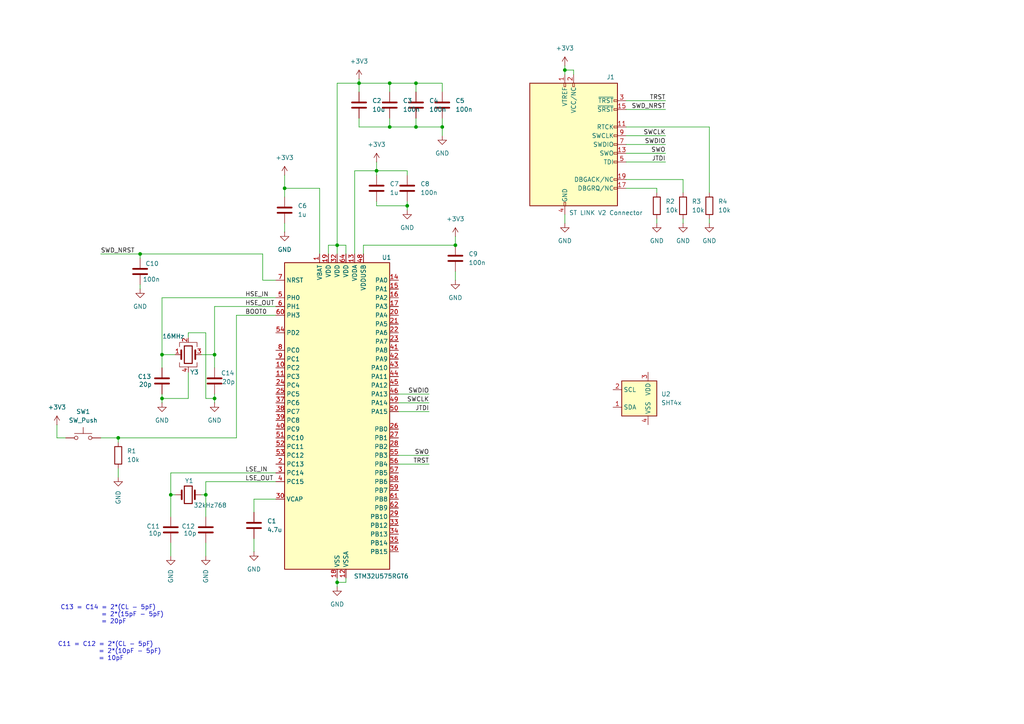
<source format=kicad_sch>
(kicad_sch (version 20250114) (generator "eeschema") (generator_version "9.0")
  (paper "A4")
  (title_block (title "Marine Tracker") (date "2026-02-26") (rev "A") (company "HES-SO"))
  (lib_symbols
    (symbol "Connector:Conn_ARM_JTAG_SWD_20" (pin_names (offset 1.016))
      (property "Reference" "J1" (at 11.938 19.558 0))
      (property "Value" "ST LINK V2 Connector" (at 20.066 -19.812 0))
      (symbol "Conn_ARM_JTAG_SWD_20_0_1"
        (rectangle (start -12.7 17.78) (end 12.7 -17.78) (stroke (width 0.254)) (fill (type background)))
        (rectangle (start -2.794 17.78) (end -2.286 16.764))
        (rectangle (start -2.794 -17.78) (end -2.286 -16.764))
        (rectangle (start -0.254 17.78) (end 0.254 16.764))
        (rectangle (start 11.684 2.286) (end 12.7 2.794))
        (rectangle (start 12.7 12.954) (end 11.684 12.446))
        (rectangle (start 12.7 10.414) (end 11.684 9.906))
        (rectangle (start 12.7 4.826) (end 11.684 5.334))
        (rectangle (start 12.7 -0.254) (end 11.684 0.254))
        (rectangle (start 12.7 -2.794) (end 11.684 -2.286))
        (rectangle (start 12.7 -9.906) (end 11.684 -10.414))
        (rectangle (start 12.7 -12.446) (end 11.684 -12.954))
      )
      (symbol "Conn_ARM_JTAG_SWD_20_1_1"
        (rectangle (start 11.684 -5.334) (end 12.7 -4.826))
        (pin power_in line (at -2.54 20.32 270) (length 2.54) (name "VTREF") (number "1"))
        (pin passive line (at -2.54 -20.32 90) (length 2.54) (hide yes) (name "GND") (number "10"))
        (pin passive line (at -2.54 -20.32 90) (length 2.54) (hide yes) (name "GND") (number "12"))
        (pin passive line (at -2.54 -20.32 90) (length 2.54) (hide yes) (name "GND") (number "14"))
        (pin passive line (at -2.54 -20.32 90) (length 2.54) (hide yes) (name "GND") (number "16"))
        (pin passive line (at -2.54 -20.32 90) (length 2.54) (hide yes) (name "GND") (number "18"))
        (pin passive line (at -2.54 -20.32 90) (length 2.54) (hide yes) (name "GND") (number "20"))
        (pin power_in line (at -2.54 -20.32 90) (length 2.54) (name "GND") (number "4"))
        (pin passive line (at -2.54 -20.32 90) (length 2.54) (hide yes) (name "GND") (number "6"))
        (pin passive line (at -2.54 -20.32 90) (length 2.54) (hide yes) (name "GND") (number "8"))
        (pin power_in line (at 0 20.32 270) (length 2.54) (name "VCC/NC") (number "2"))
        (pin output line (at 15.24 12.7 180) (length 2.54) (name "~{TRST}") (number "3"))
        (pin bidirectional line (at 15.24 10.16 180) (length 2.54) (name "~{SRST}") (number "15"))
        (pin input line (at 15.24 5.08 180) (length 2.54) (name "RTCK") (number "11"))
        (pin output line (at 15.24 2.54 180) (length 2.54) (name "SWCLK") (number "9"))
        (pin output line (at 15.24 0 180) (length 2.54) (name "SWDIO") (number "7"))
        (pin input line (at 15.24 -2.54 180) (length 2.54) (name "SWO") (number "13"))
        (pin output line (at 15.24 -5.08 180) (length 2.54) (name "TDI") (number "5"))
        (pin input line (at 15.24 -10.16 180) (length 2.54) (name "DBGACK/NC") (number "19"))
        (pin output line (at 15.24 -12.7 180) (length 2.54) (name "DBGRQ/NC") (number "17"))
      )
    )
    (symbol "Device:C" (pin_numbers (hide yes)) (pin_names (offset 0.254))
      (property "Reference" "C" (at 0.635 2.54 0))
      (property "Value" "C" (at 0.635 -2.54 0))
      (symbol "C_0_1"
        (polyline (pts (xy -2.032 0.762) (xy 2.032 0.762)) (stroke (width 0.508)))
        (polyline (pts (xy -2.032 -0.762) (xy 2.032 -0.762)) (stroke (width 0.508)))
      )
      (symbol "C_1_1"
        (pin passive line (at 0 3.81 270) (length 2.794) (name "~") (number "1"))
        (pin passive line (at 0 -3.81 90) (length 2.794) (name "~") (number "2"))
      )
    )
    (symbol "Device:Crystal" (pin_numbers (hide yes)) (pin_names (offset 1.016) (hide yes))
      (property "Reference" "Y" (at 0 3.81 0))
      (property "Value" "Crystal" (at 0 -3.81 0))
      (symbol "Crystal_0_1"
        (polyline (pts (xy -2.54 0) (xy -1.905 0)))
        (polyline (pts (xy -1.905 -1.27) (xy -1.905 1.27)) (stroke (width 0.508)))
        (rectangle (start -1.143 2.54) (end 1.143 -2.54) (stroke (width 0.3048)))
        (polyline (pts (xy 1.905 -1.27) (xy 1.905 1.27)) (stroke (width 0.508)))
        (polyline (pts (xy 2.54 0) (xy 1.905 0)))
      )
      (symbol "Crystal_1_1"
        (pin passive line (at -3.81 0 0) (length 1.27) (name "1") (number "1"))
        (pin passive line (at 3.81 0 180) (length 1.27) (name "2") (number "2"))
      )
    )
    (symbol "Device:Crystal_GND24" (pin_names (offset 1.016) (hide yes))
      (property "Reference" "Y3" (at 1.778 -5.08 0))
      (property "Value" "16MHz" (at 0 5.08 0))
      (symbol "Crystal_GND24_0_1"
        (polyline (pts (xy -2.54 2.286) (xy -2.54 3.556) (xy 2.54 3.556) (xy 2.54 2.286)))
        (polyline (pts (xy -2.54 0) (xy -2.032 0)))
        (polyline (pts (xy -2.54 -2.286) (xy -2.54 -3.556) (xy 2.54 -3.556) (xy 2.54 -2.286)))
        (polyline (pts (xy -2.032 -1.27) (xy -2.032 1.27)) (stroke (width 0.508)))
        (rectangle (start -1.143 2.54) (end 1.143 -2.54) (stroke (width 0.3048)))
        (polyline (pts (xy 0 -3.81) (xy 0 -3.556)))
        (polyline (pts (xy 2.032 0) (xy 2.54 0)))
        (polyline (pts (xy 2.032 -1.27) (xy 2.032 1.27)) (stroke (width 0.508)))
      )
      (symbol "Crystal_GND24_1_1"
        (pin passive line (at -3.81 0 0) (length 1.27) (name "1") (number "1"))
        (pin passive line (at 0 4.9022 270) (length 1.27) (name "G") (number "2"))
        (pin passive line (at 0 -5.08 90) (length 1.27) (name "G") (number "4"))
        (pin passive line (at 3.81 0 180) (length 1.27) (name "3") (number "3"))
      )
    )
    (symbol "Device:R" (pin_numbers (hide yes)) (pin_names (offset 0))
      (property "Reference" "R" (at 2.032 0 90))
      (property "Value" "R" (at 0 0 90))
      (symbol "R_0_1"
        (rectangle (start -1.016 -2.54) (end 1.016 2.54) (stroke (width 0.254)))
      )
      (symbol "R_1_1"
        (pin passive line (at 0 3.81 270) (length 1.27) (name "~") (number "1"))
        (pin passive line (at 0 -3.81 90) (length 1.27) (name "~") (number "2"))
      )
    )
    (symbol "MCU_ST_STM32U5:STM32U575RGTx"
      (property "Reference" "U" (at -15.24 46.99 0))
      (property "Value" "STM32U575RGTx" (at 10.16 46.99 0))
      (symbol "STM32U575RGTx_0_1"
        (rectangle (start -15.24 -43.18) (end 15.24 45.72) (stroke (width 0.254)) (fill (type background)))
      )
      (symbol "STM32U575RGTx_1_1"
        (pin input line (at -17.78 40.64 0) (length 2.54) (name "NRST") (number "7"))
        (pin bidirectional line (at -17.78 35.56 0) (length 2.54) (name "PH0") (number "5"))
        (pin bidirectional line (at -17.78 33.02 0) (length 2.54) (name "PH1") (number "6"))
        (pin bidirectional line (at -17.78 30.48 0) (length 2.54) (name "PH3") (number "60"))
        (pin bidirectional line (at -17.78 25.4 0) (length 2.54) (name "PD2") (number "54"))
        (pin bidirectional line (at -17.78 20.32 0) (length 2.54) (name "PC0") (number "8"))
        (pin bidirectional line (at -17.78 17.78 0) (length 2.54) (name "PC1") (number "9"))
        (pin bidirectional line (at -17.78 15.24 0) (length 2.54) (name "PC2") (number "10"))
        (pin bidirectional line (at -17.78 12.7 0) (length 2.54) (name "PC3") (number "11"))
        (pin bidirectional line (at -17.78 10.16 0) (length 2.54) (name "PC4") (number "24"))
        (pin bidirectional line (at -17.78 7.62 0) (length 2.54) (name "PC5") (number "25"))
        (pin bidirectional line (at -17.78 5.08 0) (length 2.54) (name "PC6") (number "37"))
        (pin bidirectional line (at -17.78 2.54 0) (length 2.54) (name "PC7") (number "38"))
        (pin bidirectional line (at -17.78 0 0) (length 2.54) (name "PC8") (number "39"))
        (pin bidirectional line (at -17.78 -2.54 0) (length 2.54) (name "PC9") (number "40"))
        (pin bidirectional line (at -17.78 -5.08 0) (length 2.54) (name "PC10") (number "51"))
        (pin bidirectional line (at -17.78 -7.62 0) (length 2.54) (name "PC11") (number "52"))
        (pin bidirectional line (at -17.78 -10.16 0) (length 2.54) (name "PC12") (number "53"))
        (pin bidirectional line (at -17.78 -12.7 0) (length 2.54) (name "PC13") (number "2"))
        (pin bidirectional line (at -17.78 -15.24 0) (length 2.54) (name "PC14") (number "3"))
        (pin bidirectional line (at -17.78 -17.78 0) (length 2.54) (name "PC15") (number "4"))
        (pin power_out line (at -17.78 -22.86 0) (length 2.54) (name "VCAP") (number "30"))
        (pin power_in line (at -5.08 48.26 270) (length 2.54) (name "VBAT") (number "1"))
        (pin power_in line (at -2.54 48.26 270) (length 2.54) (name "VDD") (number "19"))
        (pin power_in line (at 0 48.26 270) (length 2.54) (name "VDD") (number "32"))
        (pin power_in line (at 0 -45.72 90) (length 2.54) (name "VSS") (number "18"))
        (pin passive line (at 0 -45.72 90) (length 2.54) (hide yes) (name "VSS") (number "31"))
        (pin passive line (at 0 -45.72 90) (length 2.54) (hide yes) (name "VSS") (number "47"))
        (pin passive line (at 0 -45.72 90) (length 2.54) (hide yes) (name "VSS") (number "63"))
        (pin power_in line (at 2.54 48.26 270) (length 2.54) (name "VDD") (number "64"))
        (pin power_in line (at 2.54 -45.72 90) (length 2.54) (name "VSSA") (number "12"))
        (pin power_in line (at 5.08 48.26 270) (length 2.54) (name "VDDA") (number "13"))
        (pin power_in line (at 7.62 48.26 270) (length 2.54) (name "VDDUSB") (number "48"))
        (pin bidirectional line (at 17.78 40.64 180) (length 2.54) (name "PA0") (number "14"))
        (pin bidirectional line (at 17.78 38.1 180) (length 2.54) (name "PA1") (number "15"))
        (pin bidirectional line (at 17.78 35.56 180) (length 2.54) (name "PA2") (number "16"))
        (pin bidirectional line (at 17.78 33.02 180) (length 2.54) (name "PA3") (number "17"))
        (pin bidirectional line (at 17.78 30.48 180) (length 2.54) (name "PA4") (number "20"))
        (pin bidirectional line (at 17.78 27.94 180) (length 2.54) (name "PA5") (number "21"))
        (pin bidirectional line (at 17.78 25.4 180) (length 2.54) (name "PA6") (number "22"))
        (pin bidirectional line (at 17.78 22.86 180) (length 2.54) (name "PA7") (number "23"))
        (pin bidirectional line (at 17.78 20.32 180) (length 2.54) (name "PA8") (number "41"))
        (pin bidirectional line (at 17.78 17.78 180) (length 2.54) (name "PA9") (number "42"))
        (pin bidirectional line (at 17.78 15.24 180) (length 2.54) (name "PA10") (number "43"))
        (pin bidirectional line (at 17.78 12.7 180) (length 2.54) (name "PA11") (number "44"))
        (pin bidirectional line (at 17.78 10.16 180) (length 2.54) (name "PA12") (number "45"))
        (pin bidirectional line (at 17.78 7.62 180) (length 2.54) (name "PA13") (number "46"))
        (pin bidirectional line (at 17.78 5.08 180) (length 2.54) (name "PA14") (number "49"))
        (pin bidirectional line (at 17.78 2.54 180) (length 2.54) (name "PA15") (number "50"))
        (pin bidirectional line (at 17.78 -2.54 180) (length 2.54) (name "PB0") (number "26"))
        (pin bidirectional line (at 17.78 -5.08 180) (length 2.54) (name "PB1") (number "27"))
        (pin bidirectional line (at 17.78 -7.62 180) (length 2.54) (name "PB2") (number "28"))
        (pin bidirectional line (at 17.78 -10.16 180) (length 2.54) (name "PB3") (number "55"))
        (pin bidirectional line (at 17.78 -12.7 180) (length 2.54) (name "PB4") (number "56"))
        (pin bidirectional line (at 17.78 -15.24 180) (length 2.54) (name "PB5") (number "57"))
        (pin bidirectional line (at 17.78 -17.78 180) (length 2.54) (name "PB6") (number "58"))
        (pin bidirectional line (at 17.78 -20.32 180) (length 2.54) (name "PB7") (number "59"))
        (pin bidirectional line (at 17.78 -22.86 180) (length 2.54) (name "PB8") (number "61"))
        (pin bidirectional line (at 17.78 -25.4 180) (length 2.54) (name "PB9") (number "62"))
        (pin bidirectional line (at 17.78 -27.94 180) (length 2.54) (name "PB10") (number "29"))
        (pin bidirectional line (at 17.78 -30.48 180) (length 2.54) (name "PB12") (number "33"))
        (pin bidirectional line (at 17.78 -33.02 180) (length 2.54) (name "PB13") (number "34"))
        (pin bidirectional line (at 17.78 -35.56 180) (length 2.54) (name "PB14") (number "35"))
        (pin bidirectional line (at 17.78 -38.1 180) (length 2.54) (name "PB15") (number "36"))
      )
    )
    (symbol "Sensor_Humidity:SHT4x"
      (property "Reference" "U" (at 0 8.89 0))
      (property "Value" "SHT4x" (at 0 6.35 0))
      (symbol "SHT4x_1_1"
        (rectangle (start -5.08 5.08) (end 5.08 -5.08) (stroke (width 0.254)) (fill (type background)))
        (pin input line (at -7.62 2.54 0) (length 2.54) (name "SCL") (number "2"))
        (pin bidirectional line (at -7.62 -2.54 0) (length 2.54) (name "SDA") (number "1"))
        (pin power_in line (at 2.54 7.62 270) (length 2.54) (name "VDD") (number "3"))
        (pin power_in line (at 2.54 -7.62 90) (length 2.54) (name "VSS") (number "4"))
      )
    )
    (symbol "Switch:SW_Push" (pin_numbers (hide yes)) (pin_names (offset 1.016) (hide yes))
      (property "Reference" "SW" (at 1.27 2.54 0))
      (property "Value" "SW_Push" (at 0 -1.524 0))
      (symbol "SW_Push_0_1"
        (circle (center -2.032 0) (radius 0.508))
        (polyline (pts (xy 0 1.27) (xy 0 3.048)))
        (circle (center 2.032 0) (radius 0.508))
        (polyline (pts (xy 2.54 1.27) (xy -2.54 1.27)))
        (pin passive line (at -5.08 0 0) (length 2.54) (name "1") (number "1"))
        (pin passive line (at 5.08 0 180) (length 2.54) (name "2") (number "2"))
      )
    )
    (symbol "power:+3V3" (power) (pin_numbers (hide yes)) (pin_names (offset 0) (hide yes))
      (property "Value" "+3V3" (at 0 3.556 0))
      (symbol "+3V3_0_1"
        (polyline (pts (xy -0.762 1.27) (xy 0 2.54)))
        (polyline (pts (xy 0 2.54) (xy 0.762 1.27)))
        (polyline (pts (xy 0 0) (xy 0 2.54)))
      )
      (symbol "+3V3_1_1"
        (pin power_in line (at 0 0 90) (length 0) (name "~") (number "1"))
      )
    )
    (symbol "power:GND" (power) (pin_numbers (hide yes)) (pin_names (offset 0) (hide yes))
      (property "Value" "GND" (at 0 -3.81 0))
      (symbol "GND_0_1"
        (polyline (pts (xy 0 0) (xy 0 -1.27) (xy 1.27 -1.27) (xy 0 -2.54) (xy -1.27 -1.27) (xy 0 -1.27)))
      )
      (symbol "GND_1_1"
        (pin power_in line (at 0 0 270) (length 0) (name "~") (number "1"))
      )
    )
  )
  (text "C13 = C14 = 2*(CL - 5pF)\n		  = 2*(15pF - 5pF)\n		  = 20pF" (at 17.526 178.308 0) (effects (font (size 1.27 1.27)) (justify left)))
  (text "C11 = C12 = 2*(CL - 5pF)\n		  = 2*(10pF - 5pF)\n		  = 10pF" (at 16.764 188.976 0) (effects (font (size 1.27 1.27)) (justify left)))
  (junction (at 34.29 127))
  (junction (at 97.79 168.91))
  (junction (at 163.83 20.32))
  (junction (at 62.23 102.87))
  (junction (at 120.65 36.83))
  (junction (at 97.79 71.12))
  (junction (at 104.14 24.13))
  (junction (at 132.08 71.12))
  (junction (at 46.99 102.87))
  (junction (at 82.55 54.61))
  (junction (at 49.53 143.51))
  (junction (at 120.65 24.13))
  (junction (at 40.64 73.66))
  (junction (at 59.69 143.51))
  (junction (at 62.23 115.57))
  (junction (at 46.99 115.57))
  (junction (at 109.22 49.53))
  (junction (at 113.03 24.13))
  (junction (at 113.03 36.83))
  (junction (at 118.11 59.69))
  (junction (at 128.27 36.83))
  (wire (pts (xy 132.08 71.12) (xy 105.41 71.12)))
  (wire (pts (xy 29.21 127) (xy 34.29 127)))
  (wire (pts (xy 95.25 73.66) (xy 95.25 71.12)))
  (wire (pts (xy 49.53 143.51) (xy 49.53 149.86)))
  (wire (pts (xy 58.42 102.87) (xy 62.23 102.87)))
  (wire (pts (xy 92.71 54.61) (xy 92.71 73.66)))
  (wire (pts (xy 59.69 143.51) (xy 59.69 139.7)))
  (wire (pts (xy 115.57 114.3) (xy 124.46 114.3)))
  (wire (pts (xy 82.55 57.15) (xy 82.55 54.61)))
  (wire (pts (xy 59.69 96.52) (xy 59.69 115.57)))
  (wire (pts (xy 166.37 20.32) (xy 163.83 20.32)))
  (wire (pts (xy 109.22 46.99) (xy 109.22 49.53)))
  (wire (pts (xy 113.03 24.13) (xy 120.65 24.13)))
  (wire (pts (xy 46.99 102.87) (xy 46.99 106.68)))
  (wire (pts (xy 49.53 137.16) (xy 80.01 137.16)))
  (wire (pts (xy 104.14 24.13) (xy 104.14 26.67)))
  (wire (pts (xy 16.51 123.19) (xy 16.51 127)))
  (wire (pts (xy 120.65 24.13) (xy 128.27 24.13)))
  (wire (pts (xy 97.79 168.91) (xy 100.33 168.91)))
  (wire (pts (xy 16.51 127) (xy 19.05 127)))
  (wire (pts (xy 181.61 44.45) (xy 193.04 44.45)))
  (wire (pts (xy 113.03 24.13) (xy 113.03 26.67)))
  (wire (pts (xy 76.2 81.28) (xy 80.01 81.28)))
  (wire (pts (xy 49.53 161.29) (xy 49.53 157.48)))
  (wire (pts (xy 128.27 34.29) (xy 128.27 36.83)))
  (wire (pts (xy 54.61 96.52) (xy 59.69 96.52)))
  (wire (pts (xy 62.23 114.3) (xy 62.23 115.57)))
  (wire (pts (xy 46.99 114.3) (xy 46.99 115.57)))
  (wire (pts (xy 128.27 24.13) (xy 128.27 26.67)))
  (wire (pts (xy 104.14 34.29) (xy 104.14 36.83)))
  (wire (pts (xy 115.57 119.38) (xy 124.46 119.38)))
  (wire (pts (xy 105.41 71.12) (xy 105.41 73.66)))
  (wire (pts (xy 34.29 127) (xy 68.58 127)))
  (wire (pts (xy 100.33 168.91) (xy 100.33 167.64)))
  (wire (pts (xy 46.99 115.57) (xy 54.61 115.57)))
  (wire (pts (xy 181.61 39.37) (xy 193.04 39.37)))
  (wire (pts (xy 181.61 52.07) (xy 198.12 52.07)))
  (wire (pts (xy 113.03 34.29) (xy 113.03 36.83)))
  (wire (pts (xy 109.22 49.53) (xy 102.87 49.53)))
  (wire (pts (xy 73.66 144.78) (xy 80.01 144.78)))
  (wire (pts (xy 82.55 54.61) (xy 92.71 54.61)))
  (wire (pts (xy 190.5 63.5) (xy 190.5 64.77)))
  (wire (pts (xy 97.79 24.13) (xy 97.79 71.12)))
  (wire (pts (xy 97.79 168.91) (xy 97.79 170.18)))
  (wire (pts (xy 46.99 102.87) (xy 46.99 86.36)))
  (wire (pts (xy 104.14 24.13) (xy 113.03 24.13)))
  (wire (pts (xy 73.66 148.59) (xy 73.66 144.78)))
  (wire (pts (xy 181.61 41.91) (xy 193.04 41.91)))
  (wire (pts (xy 166.37 21.59) (xy 166.37 20.32)))
  (wire (pts (xy 104.14 36.83) (xy 113.03 36.83)))
  (wire (pts (xy 59.69 143.51) (xy 59.69 149.86)))
  (wire (pts (xy 54.61 107.95) (xy 54.61 115.57)))
  (wire (pts (xy 198.12 52.07) (xy 198.12 55.88)))
  (wire (pts (xy 49.53 143.51) (xy 49.53 137.16)))
  (wire (pts (xy 163.83 20.32) (xy 163.83 21.59)))
  (wire (pts (xy 50.8 102.87) (xy 46.99 102.87)))
  (wire (pts (xy 97.79 167.64) (xy 97.79 168.91)))
  (wire (pts (xy 205.74 36.83) (xy 205.74 55.88)))
  (wire (pts (xy 62.23 88.9) (xy 62.23 102.87)))
  (wire (pts (xy 181.61 54.61) (xy 190.5 54.61)))
  (wire (pts (xy 68.58 91.44) (xy 80.01 91.44)))
  (wire (pts (xy 163.83 19.05) (xy 163.83 20.32)))
  (wire (pts (xy 97.79 24.13) (xy 104.14 24.13)))
  (wire (pts (xy 46.99 86.36) (xy 80.01 86.36)))
  (wire (pts (xy 205.74 63.5) (xy 205.74 64.77)))
  (wire (pts (xy 120.65 34.29) (xy 120.65 36.83)))
  (wire (pts (xy 58.42 143.51) (xy 59.69 143.51)))
  (wire (pts (xy 163.83 62.23) (xy 163.83 64.77)))
  (wire (pts (xy 118.11 59.69) (xy 118.11 60.96)))
  (wire (pts (xy 128.27 36.83) (xy 128.27 39.37)))
  (wire (pts (xy 190.5 54.61) (xy 190.5 55.88)))
  (wire (pts (xy 46.99 115.57) (xy 46.99 116.84)))
  (wire (pts (xy 104.14 22.86) (xy 104.14 24.13)))
  (wire (pts (xy 120.65 36.83) (xy 128.27 36.83)))
  (wire (pts (xy 118.11 50.8) (xy 118.11 49.53)))
  (wire (pts (xy 54.61 97.79) (xy 54.61 96.52)))
  (wire (pts (xy 118.11 59.69) (xy 118.11 58.42)))
  (wire (pts (xy 62.23 106.68) (xy 62.23 102.87)))
  (wire (pts (xy 82.55 50.8) (xy 82.55 54.61)))
  (wire (pts (xy 181.61 46.99) (xy 193.04 46.99)))
  (wire (pts (xy 40.64 73.66) (xy 76.2 73.66)))
  (wire (pts (xy 34.29 135.89) (xy 34.29 138.43)))
  (wire (pts (xy 109.22 49.53) (xy 118.11 49.53)))
  (wire (pts (xy 73.66 156.21) (xy 73.66 160.02)))
  (wire (pts (xy 120.65 24.13) (xy 120.65 26.67)))
  (wire (pts (xy 115.57 134.62) (xy 124.46 134.62)))
  (wire (pts (xy 68.58 91.44) (xy 68.58 127)))
  (wire (pts (xy 132.08 78.74) (xy 132.08 81.28)))
  (wire (pts (xy 34.29 127) (xy 34.29 128.27)))
  (wire (pts (xy 181.61 36.83) (xy 205.74 36.83)))
  (wire (pts (xy 115.57 132.08) (xy 124.46 132.08)))
  (wire (pts (xy 50.8 143.51) (xy 49.53 143.51)))
  (wire (pts (xy 109.22 58.42) (xy 109.22 59.69)))
  (wire (pts (xy 181.61 31.75) (xy 193.04 31.75)))
  (wire (pts (xy 198.12 63.5) (xy 198.12 64.77)))
  (wire (pts (xy 181.61 29.21) (xy 193.04 29.21)))
  (wire (pts (xy 95.25 71.12) (xy 97.79 71.12)))
  (wire (pts (xy 115.57 116.84) (xy 124.46 116.84)))
  (wire (pts (xy 100.33 71.12) (xy 100.33 73.66)))
  (wire (pts (xy 76.2 73.66) (xy 76.2 81.28)))
  (wire (pts (xy 40.64 83.82) (xy 40.64 82.55)))
  (wire (pts (xy 59.69 161.29) (xy 59.69 157.48)))
  (wire (pts (xy 59.69 139.7) (xy 80.01 139.7)))
  (wire (pts (xy 62.23 115.57) (xy 62.23 116.84)))
  (wire (pts (xy 97.79 71.12) (xy 100.33 71.12)))
  (wire (pts (xy 82.55 64.77) (xy 82.55 67.31)))
  (wire (pts (xy 109.22 49.53) (xy 109.22 50.8)))
  (wire (pts (xy 132.08 68.58) (xy 132.08 71.12)))
  (wire (pts (xy 109.22 59.69) (xy 118.11 59.69)))
  (wire (pts (xy 113.03 36.83) (xy 120.65 36.83)))
  (wire (pts (xy 62.23 88.9) (xy 80.01 88.9)))
  (wire (pts (xy 97.79 73.66) (xy 97.79 71.12)))
  (wire (pts (xy 40.64 74.93) (xy 40.64 73.66)))
  (wire (pts (xy 29.21 73.66) (xy 40.64 73.66)))
  (wire (pts (xy 59.69 115.57) (xy 62.23 115.57)))
  (wire (pts (xy 102.87 49.53) (xy 102.87 73.66)))
  (label "SWO" (at 124.46 132.08 180))
  (label "SWDIO" (at 193.04 41.91 180))
  (label "BOOT0" (at 71.12 91.44 0))
  (label "SWO" (at 193.04 44.45 180))
  (label "HSE_IN" (at 71.12 86.36 0))
  (label "SWD_NRST" (at 193.04 31.75 180))
  (label "LSE_IN" (at 71.12 137.16 0))
  (label "TRST" (at 124.46 134.62 180))
  (label "SWCLK" (at 124.46 116.84 180))
  (label "TRST" (at 193.04 29.21 180))
  (label "JTDI" (at 193.04 46.99 180))
  (label "HSE_OUT" (at 71.12 88.9 0))
  (label "SWD_NRST" (at 29.21 73.66 0))
  (label "SWDIO" (at 124.46 114.3 180))
  (label "" (at 121.92 120.65 180))
  (label "SWCLK" (at 193.04 39.37 180))
  (label "LSE_OUT" (at 71.12 139.7 0))
  (label "JTDI" (at 124.46 119.38 180))
  (symbol (lib_id "power:GND") (at 59.69 161.29 0) (unit 1)
    (property "Reference" "#PWR013" (effects (hide yes)))
    (property "Value" "GND" (at 59.6899 165.1 90) (effects (justify right)))
    (property "Description" "Power symbol creates a global label with name \"GND\" , ground" (effects (hide yes)))
  )
  (symbol (lib_id "power:GND") (at 49.53 161.29 0) (unit 1)
    (property "Reference" "#PWR012" (effects (hide yes)))
    (property "Value" "GND" (at 49.5299 165.1 90) (effects (justify right)))
    (property "Description" "Power symbol creates a global label with name \"GND\" , ground" (effects (hide yes)))
  )
  (symbol (lib_id "power:+3V3") (at 16.51 123.19 0) (unit 1)
    (property "Reference" "#PWR017" (effects (hide yes)))
    (property "Value" "+3V3" (at 16.51 118.11 0))
    (property "Description" "Power symbol creates a global label with name \"+3V3\"" (effects (hide yes)))
  )
  (symbol (lib_id "Device:C") (at 118.11 54.61 0) (unit 1)
    (property "Reference" "C8" (at 121.92 53.3399 0) (effects (justify left)))
    (property "Value" "100n" (at 121.92 55.8799 0) (effects (justify left)))
    (property "Footprint" "Capacitor_SMD:C_01005_0402Metric" (effects (hide yes)))
    (property "Description" "100nF 25V X5R ±10% 0402 Multilayer Ceramic Capacitors MLCC - SMD/SMT ROHS" (effects (hide yes)))
    (property "Manufacturer" "Murata Electronics" (effects (hide yes)))
    (property "Manufacturer Part Number" " GRM155R61E104KA87D" (effects (hide yes)))
    (property "JLCPCB Part Number" " C77008" (effects (hide yes)))
  )
  (symbol (lib_id "power:GND") (at 34.29 138.43 0) (unit 1)
    (property "Reference" "#PWR016" (effects (hide yes)))
    (property "Value" "GND" (at 34.2899 142.24 90) (effects (justify right)))
    (property "Description" "Power symbol creates a global label with name \"GND\" , ground" (effects (hide yes)))
  )
  (symbol (lib_id "Device:C") (at 59.69 153.67 180) (unit 1)
    (property "Reference" "C12" (at 54.61 152.654 0))
    (property "Value" "10p" (at 55.118 154.686 0))
    (property "Footprint" "Capacitor_SMD:C_0402_1005Metric" (effects (hide yes)))
    (property "Description" "10pF 50V C0G ±2% 0402 Multilayer Ceramic Capacitors MLCC - SMD/SMT ROHS" (effects (hide yes)))
    (property "Manufacturer" "Murata Electronics" (effects (hide yes)))
    (property "Manufacturer Part Number" "GRM1555C1H100GA01D" (effects (hide yes)))
    (property "JLCPCB Part Number" "C76945" (effects (hide yes)))
  )
  (symbol (lib_id "Sensor_Humidity:SHT4x") (at 185.42 115.57 0) (unit 1)
    (property "Reference" "U2" (at 191.77 114.2999 0) (effects (justify left)))
    (property "Value" "SHT4x" (at 191.77 116.8399 0) (effects (justify left)))
    (property "Footprint" "Sensor_Humidity:Sensirion_DFN-4_1.5x1.5mm_P0.8mm_SHT4x_NoCentralPad" (effects (hide yes)))
    (property "Datasheet" "https://sensirion.com/media/documents/33FD6951/624C4357/Datasheet_SHT4x.pdf" (effects (hide yes)))
    (property "Description" "-40℃~+125℃ 0%RH~100%RH 1.08V~3.6V 16bit 400nA I2C ±0.2℃ ±1.8%RH DFN-4-EP(1.5x1.5) Temperature and Humidity Sensor ROHS" (effects (hide yes)))
    (property "Manufacturer" "Sensirion" (effects (hide yes)))
    (property "Manufacturer Part Number" "SHT40-AD1B-R3" (effects (hide yes)))
    (property "JLCPCB Part Number" " C2848306" (effects (hide yes)))
  )
  (symbol (lib_id "Device:C") (at 120.65 30.48 0) (unit 1)
    (property "Reference" "C4" (at 124.46 29.2099 0) (effects (justify left)))
    (property "Value" "100n" (at 124.46 31.7499 0) (effects (justify left)))
    (property "Footprint" "Capacitor_SMD:C_01005_0402Metric" (effects (hide yes)))
    (property "Description" "100nF 25V X5R ±10% 0402 Multilayer Ceramic Capacitors MLCC - SMD/SMT ROHS" (effects (hide yes)))
    (property "Manufacturer" "Murata Electronics" (effects (hide yes)))
    (property "Manufacturer Part Number" " GRM155R61E104KA87D" (effects (hide yes)))
    (property "JLCPCB Part Number" " C77008" (effects (hide yes)))
  )
  (symbol (lib_id "Switch:SW_Push") (at 24.13 127 0) (unit 1)
    (property "Reference" "SW1" (at 24.13 119.38 0))
    (property "Value" "SW_Push" (at 24.13 121.92 0))
    (property "Footprint" "Button_Switch_SMD:SW_Tactile_SPST_NO_Straight_CK_PTS636Sx25SMTRLFS" (effects (hide yes)))
    (property "Description" "-20℃~+70℃ 100,000 Cycles 12V 2.5N 2.5mm 3.6mm 50mA 6mm Gull Wing No Rectangular Button Red SPST Surface Mount,Vertical Without Bracket SMD,6x3.5mm Tactile Switches ROHS" (effects (hide yes)))
    (property "Manufacturer" " USAKRO" (effects (hide yes)))
    (property "Manufacturer Part Number" "UK-B0240-R-250 " (effects (hide yes)))
    (property "JLCPCB Part Number" "C556660" (effects (hide yes)))
  )
  (symbol (lib_id "Device:Crystal") (at 54.61 143.51 0) (unit 1)
    (property "Reference" "Y1" (at 54.864 139.446 0))
    (property "Value" "32kHz768" (at 60.96 146.558 0))
    (property "Footprint" "Crystal:Crystal_SMD_3215-2Pin_3.2x1.5mm" (effects (hide yes)))
    (property "Datasheet" "https://jlcpcb.com/api/file/downloadByFileSystemAccessId/8590904099271487488" (effects (hide yes)))
    (property "Description" "-40℃~+85℃ 12.5pF 32.768kHz 50kΩ ±20ppm SMD3215-2P Crystals ROHS" (effects (hide yes)))
    (property "Manufacturer" "Seiko Epson" (effects (hide yes)))
    (property "Manufacturer Part Number" " FC-135R 32.7680KA-A3" (effects (hide yes)))
    (property "JLCPCB Part Number" "C6554955" (effects (hide yes)))
  )
  (symbol (lib_id "Device:C") (at 40.64 78.74 0) (unit 1)
    (property "Reference" "C10" (at 42.164 76.454 0) (effects (justify left)))
    (property "Value" "100n" (at 41.402 81.026 0) (effects (justify left)))
    (property "Footprint" "Capacitor_SMD:C_01005_0402Metric" (effects (hide yes)))
    (property "Description" "100nF 25V X5R ±10% 0402 Multilayer Ceramic Capacitors MLCC - SMD/SMT ROHS" (effects (hide yes)))
    (property "Manufacturer" "Murata Electronics" (effects (hide yes)))
    (property "Manufacturer Part Number" " GRM155R61E104KA87D" (effects (hide yes)))
    (property "JLCPCB Part Number" " C77008" (effects (hide yes)))
  )
  (symbol (lib_id "power:+3V3") (at 104.14 22.86 0) (unit 1)
    (property "Reference" "#PWR02" (effects (hide yes)))
    (property "Value" "+3V3" (at 104.14 17.78 0))
    (property "Description" "Power symbol creates a global label with name \"+3V3\"" (effects (hide yes)))
  )
  (symbol (lib_id "power:GND") (at 128.27 39.37 0) (unit 1)
    (property "Reference" "#PWR04" (effects (hide yes)))
    (property "Value" "GND" (at 128.27 44.45 0))
    (property "Description" "Power symbol creates a global label with name \"GND\" , ground" (effects (hide yes)))
  )
  (symbol (lib_id "Device:C") (at 104.14 30.48 0) (unit 1)
    (property "Reference" "C2" (at 107.95 29.2099 0) (effects (justify left)))
    (property "Value" "10u" (at 107.95 31.7499 0) (effects (justify left)))
    (property "Footprint" "Capacitor_SMD:C_0805_2012Metric" (effects (hide yes)))
    (property "Description" "10V 10uF X5R ±10% 0805 Multilayer Ceramic Capacitors MLCC - SMD/SMT ROHS" (effects (hide yes)))
    (property "Manufacturer" "Murata Electronics" (effects (hide yes)))
    (property "Manufacturer Part Number" "GRM21BR61A106KE19L" (effects (hide yes)))
    (property "JLCPCB Part Number" "C77073" (effects (hide yes)))
  )
  (symbol (lib_id "Device:C") (at 113.03 30.48 0) (unit 1)
    (property "Reference" "C3" (at 116.84 29.2099 0) (effects (justify left)))
    (property "Value" "100n" (at 116.84 31.7499 0) (effects (justify left)))
    (property "Footprint" "Capacitor_SMD:C_01005_0402Metric" (effects (hide yes)))
    (property "Description" "100nF 25V X5R ±10% 0402 Multilayer Ceramic Capacitors MLCC - SMD/SMT ROHS" (effects (hide yes)))
    (property "Manufacturer" "Murata Electronics" (effects (hide yes)))
    (property "Manufacturer Part Number" " GRM155R61E104KA87D" (effects (hide yes)))
    (property "JLCPCB Part Number" " C77008" (effects (hide yes)))
  )
  (symbol (lib_id "Device:C") (at 62.23 110.49 180) (unit 1)
    (property "Reference" "C14" (at 66.04 108.204 0))
    (property "Value" "20p" (at 66.294 110.744 0))
    (property "Footprint" "Capacitor_SMD:C_0402_1005Metric" (effects (hide yes)))
    (property "Description" "20pF 50V C0G ±5% 0402 Multilayer Ceramic Capacitors MLCC - SMD/SMT ROHS" (effects (hide yes)))
    (property "Manufacturer" " Murata Electronics" (effects (hide yes)))
    (property "Manufacturer Part Number" "GRM1555C1H200JA01D" (effects (hide yes)))
    (property "JLCPCB Part Number" " C76959 " (effects (hide yes)))
  )
  (symbol (lib_id "power:+3V3") (at 109.22 46.99 0) (unit 1)
    (property "Reference" "#PWR05" (effects (hide yes)))
    (property "Value" "+3V3" (at 109.22 41.91 0))
    (property "Description" "Power symbol creates a global label with name \"+3V3\"" (effects (hide yes)))
  )
  (symbol (lib_id "power:GND") (at 132.08 81.28 0) (unit 1)
    (property "Reference" "#PWR09" (effects (hide yes)))
    (property "Value" "GND" (at 132.08 86.36 0))
    (property "Description" "Power symbol creates a global label with name \"GND\" , ground" (effects (hide yes)))
  )
  (symbol (lib_id "MCU_ST_STM32U5:STM32U575RGTx") (at 97.79 121.92 0) (unit 1)
    (property "Reference" "U1" (at 110.744 74.676 0) (effects (justify left)))
    (property "Value" "STM32U575RGT6" (at 102.616 167.132 0) (effects (justify left)))
    (property "Footprint" "Package_QFP:LQFP-64_10x10mm_P0.5mm" (effects (hide yes)))
    (property "Datasheet" "https://www.st.com/resource/en/datasheet/stm32u575rg.pdf" (effects (hide yes)))
    (property "Description" "STMicroelectronics Arm Cortex-M33 MCU, 1024KB flash, 786KB RAM, 160 MHz, 1.71-3.6V, 51 GPIO, LQFP64" (effects (hide yes)))
    (property "Manufacturer" "STMicroelectronics" (effects (hide yes)))
    (property "Manufacturer Part Number" "STM32U575RGT6" (effects (hide yes)))
    (property "JLCPCB Part Number" "C5270980" (effects (hide yes)))
  )
  (symbol (lib_id "Device:C") (at 73.66 152.4 0) (unit 1)
    (property "Reference" "C1" (at 77.47 151.1299 0) (effects (justify left)))
    (property "Value" "4.7u" (at 77.47 153.6699 0) (effects (justify left)))
    (property "Footprint" "Capacitor_SMD:C_0805_2012Metric" (effects (hide yes)))
    (property "Description" "25V 4.7uF X5R ±10% 0805 Multilayer Ceramic Capacitors MLCC - SMD/SMT ROHS" (effects (hide yes)))
    (property "Manufacturer" "Murata Electronics" (effects (hide yes)))
    (property "Manufacturer Part Number" "GRM21BR61E475KA12L" (effects (hide yes)))
    (property "JLCPCB Part Number" "C77077" (effects (hide yes)))
  )
  (symbol (lib_id "power:GND") (at 62.23 116.84 0) (unit 1)
    (property "Reference" "#PWR015" (effects (hide yes)))
    (property "Value" "GND" (at 62.23 121.92 0))
    (property "Description" "Power symbol creates a global label with name \"GND\" , ground" (effects (hide yes)))
  )
  (symbol (lib_id "Device:C") (at 82.55 60.96 0) (unit 1)
    (property "Reference" "C6" (at 86.36 59.6899 0) (effects (justify left)))
    (property "Value" "1u" (at 86.36 62.2299 0) (effects (justify left)))
    (property "Footprint" "Capacitor_SMD:C_0201_0603Metric" (effects (hide yes)))
    (property "Description" "1uF 25V X5R ±10% 0603 Multilayer Ceramic Capacitors MLCC - SMD/SMT ROHS" (effects (hide yes)))
    (property "Manufacturer" "Murata Electronics" (effects (hide yes)))
    (property "Manufacturer Part Number" " GRM188R61E105KA12D" (effects (hide yes)))
    (property "JLCPCB Part Number" "C77046" (effects (hide yes)))
  )
  (symbol (lib_id "Device:R") (at 34.29 132.08 0) (unit 1)
    (property "Reference" "R1" (at 36.83 130.8099 0) (effects (justify left)))
    (property "Value" "10k" (at 36.83 133.3499 0) (effects (justify left)))
    (property "Footprint" "Resistor_SMD:R_0402_1005Metric" (effects (hide yes)))
    (property "Description" "10kΩ 2 4 62.5mW ±200ppm/℃ ±5% 0402x2 Resistor Networks, Arrays ROHS" (effects (hide yes)))
    (property "Manufacturer" "YAGEO" (effects (hide yes)))
    (property "Manufacturer Part Number" "YC122-JR-0710KL" (effects (hide yes)))
    (property "JLCPCB Part Number" " C695179" (effects (hide yes)))
  )
  (symbol (lib_id "power:GND") (at 190.5 64.77 0) (unit 1)
    (property "Reference" "#PWR020" (effects (hide yes)))
    (property "Value" "GND" (at 190.5 69.85 0))
    (property "Description" "Power symbol creates a global label with name \"GND\" , ground" (effects (hide yes)))
  )
  (symbol (lib_id "Device:C") (at 46.99 110.49 180) (unit 1)
    (property "Reference" "C13" (at 41.91 109.22 0))
    (property "Value" "20p" (at 42.164 111.506 0))
    (property "Footprint" "Capacitor_SMD:C_0402_1005Metric" (effects (hide yes)))
    (property "Description" "20pF 50V C0G ±5% 0402 Multilayer Ceramic Capacitors MLCC - SMD/SMT ROHS" (effects (hide yes)))
    (property "Manufacturer" " Murata Electronics" (effects (hide yes)))
    (property "Manufacturer Part Number" "GRM1555C1H200JA01D" (effects (hide yes)))
    (property "JLCPCB Part Number" " C76959 " (effects (hide yes)))
  )
  (symbol (lib_id "Device:Crystal_GND24") (at 54.61 102.87 0) (unit 1)
    (property "Reference" "Y3" (at 56.388 107.95 0))
    (property "Value" "16MHz" (at 50.292 97.536 0))
    (property "Footprint" "Crystal:Crystal_SMD_5032-4Pin_5.0x3.2mm" (effects (hide yes)))
    (property "Description" "-40℃~+85℃ 1.62V~3.63V 1.8mA 16MHz CMOS ±100ppm ±50ppm SMD5032-4P Crystal Oscillators ROHS" (effects (hide yes)))
    (property private "KLC_S3.3" "The rectangle is not a symbol body but a graphical element" (effects (hide yes)))
    (property private "KLC_S4.1" "Some pins are on 50mil grid to make the symbol small" (effects (hide yes)))
    (property "Manufacturer" " Seiko Epson" (effects (hide yes)))
    (property "Manufacturer Part Number" "X1G0044510002" (effects (hide yes)))
    (property "JLCPCB Part Number" "C16171" (effects (hide yes)))
  )
  (symbol (lib_id "Device:C") (at 132.08 74.93 0) (unit 1)
    (property "Reference" "C9" (at 135.89 73.6599 0) (effects (justify left)))
    (property "Value" "100n" (at 135.89 76.1999 0) (effects (justify left)))
    (property "Footprint" "Capacitor_SMD:C_01005_0402Metric" (effects (hide yes)))
    (property "Description" "100nF 25V X5R ±10% 0402 Multilayer Ceramic Capacitors MLCC - SMD/SMT ROHS" (effects (hide yes)))
    (property "Manufacturer" "Murata Electronics" (effects (hide yes)))
    (property "Manufacturer Part Number" " GRM155R61E104KA87D" (effects (hide yes)))
    (property "JLCPCB Part Number" " C77008" (effects (hide yes)))
  )
  (symbol (lib_id "power:+3V3") (at 163.83 19.05 0) (unit 1)
    (property "Reference" "#PWR019" (effects (hide yes)))
    (property "Value" "+3V3" (at 163.83 13.97 0))
    (property "Description" "Power symbol creates a global label with name \"+3V3\"" (effects (hide yes)))
  )
  (symbol (lib_id "power:GND") (at 198.12 64.77 0) (unit 1)
    (property "Reference" "#PWR021" (effects (hide yes)))
    (property "Value" "GND" (at 198.12 69.85 0))
    (property "Description" "Power symbol creates a global label with name \"GND\" , ground" (effects (hide yes)))
  )
  (symbol (lib_id "power:GND") (at 163.83 64.77 0) (unit 1)
    (property "Reference" "#PWR018" (effects (hide yes)))
    (property "Value" "GND" (at 163.83 69.85 0))
    (property "Description" "Power symbol creates a global label with name \"GND\" , ground" (effects (hide yes)))
  )
  (symbol (lib_id "Device:C") (at 109.22 54.61 0) (unit 1)
    (property "Reference" "C7" (at 113.03 53.3399 0) (effects (justify left)))
    (property "Value" "1u" (at 113.03 55.8799 0) (effects (justify left)))
    (property "Footprint" "Capacitor_SMD:C_0201_0603Metric" (effects (hide yes)))
    (property "Description" "1uF 25V X5R ±10% 0603 Multilayer Ceramic Capacitors MLCC - SMD/SMT ROHS" (effects (hide yes)))
    (property "Manufacturer" "Murata Electronics" (effects (hide yes)))
    (property "Manufacturer Part Number" " GRM188R61E105KA12D" (effects (hide yes)))
    (property "JLCPCB Part Number" "C77046" (effects (hide yes)))
  )
  (symbol (lib_id "power:+3V3") (at 82.55 50.8 0) (unit 1)
    (property "Reference" "#PWR08" (effects (hide yes)))
    (property "Value" "+3V3" (at 82.55 45.72 0))
    (property "Description" "Power symbol creates a global label with name \"+3V3\"" (effects (hide yes)))
  )
  (symbol (lib_id "Connector:Conn_ARM_JTAG_SWD_20") (at 166.37 41.91 0) (unit 1)
    (property "Reference" "J1" (at 178.308 22.352 0) (effects (justify right)))
    (property "Value" "ST LINK V2 Connector" (at 186.436 61.722 0) (effects (justify right)))
    (property "Footprint" "Connector_PinHeader_2.54mm:PinHeader_2x10_P2.54mm_Vertical" (effects (hide yes)))
    (property "Datasheet" "https://jlcpcb.com/api/file/downloadByFileSystemAccessId/8588888200748548096" (effects (hide yes)))
    (property "Description" "-25℃~+105℃ 2 2.54mm 2.54mm 2.5mm 20P 2x10P 3mm 6mm Black Brass Pin Header Through Hole Plugin,P=2.54mm Pin Headers ROHS" (effects (hide yes)))
    (property "Manufacturer" "Nextron(Nextronics Engineering)" (effects (hide yes)))
    (property "Manufacturer Part Number" "Z-21320110021001" (effects (hide yes)))
    (property "JLCPCB Part Number" " C193453" (effects (hide yes)))
  )
  (symbol (lib_id "Device:R") (at 205.74 59.69 0) (unit 1)
    (property "Reference" "R4" (at 208.28 58.4199 0) (effects (justify left)))
    (property "Value" "10k" (at 208.28 60.9599 0) (effects (justify left)))
    (property "Footprint" "Resistor_SMD:R_0402_1005Metric" (effects (hide yes)))
    (property "Description" "10kΩ 2 4 62.5mW ±200ppm/℃ ±5% 0402x2 Resistor Networks, Arrays ROHS" (effects (hide yes)))
    (property "Manufacturer" "YAGEO" (effects (hide yes)))
    (property "Manufacturer Part Number" "YC122-JR-0710KL" (effects (hide yes)))
    (property "JLCPCB Part Number" " C695179" (effects (hide yes)))
  )
  (symbol (lib_id "power:+3V3") (at 132.08 68.58 0) (unit 1)
    (property "Reference" "#PWR010" (effects (hide yes)))
    (property "Value" "+3V3" (at 132.08 63.5 0))
    (property "Description" "Power symbol creates a global label with name \"+3V3\"" (effects (hide yes)))
  )
  (symbol (lib_id "Device:R") (at 190.5 59.69 0) (unit 1)
    (property "Reference" "R2" (at 193.04 58.4199 0) (effects (justify left)))
    (property "Value" "10k" (at 193.04 60.9599 0) (effects (justify left)))
    (property "Footprint" "Resistor_SMD:R_0402_1005Metric" (effects (hide yes)))
    (property "Description" "10kΩ 2 4 62.5mW ±200ppm/℃ ±5% 0402x2 Resistor Networks, Arrays ROHS" (effects (hide yes)))
    (property "Manufacturer" "YAGEO" (effects (hide yes)))
    (property "Manufacturer Part Number" "YC122-JR-0710KL" (effects (hide yes)))
    (property "JLCPCB Part Number" " C695179" (effects (hide yes)))
  )
  (symbol (lib_id "power:GND") (at 73.66 160.02 0) (unit 1)
    (property "Reference" "#PWR03" (effects (hide yes)))
    (property "Value" "GND" (at 73.66 165.1 0))
    (property "Description" "Power symbol creates a global label with name \"GND\" , ground" (effects (hide yes)))
  )
  (symbol (lib_id "power:GND") (at 205.74 64.77 0) (unit 1)
    (property "Reference" "#PWR022" (effects (hide yes)))
    (property "Value" "GND" (at 205.74 69.85 0))
    (property "Description" "Power symbol creates a global label with name \"GND\" , ground" (effects (hide yes)))
  )
  (symbol (lib_id "power:GND") (at 40.64 83.82 0) (unit 1)
    (property "Reference" "#PWR011" (effects (hide yes)))
    (property "Value" "GND" (at 40.64 88.9 0))
    (property "Description" "Power symbol creates a global label with name \"GND\" , ground" (effects (hide yes)))
  )
  (symbol (lib_id "Device:C") (at 128.27 30.48 0) (unit 1)
    (property "Reference" "C5" (at 132.08 29.2099 0) (effects (justify left)))
    (property "Value" "100n" (at 132.08 31.7499 0) (effects (justify left)))
    (property "Footprint" "Capacitor_SMD:C_01005_0402Metric" (effects (hide yes)))
    (property "Description" "100nF 25V X5R ±10% 0402 Multilayer Ceramic Capacitors MLCC - SMD/SMT ROHS" (effects (hide yes)))
    (property "Manufacturer" "Murata Electronics" (effects (hide yes)))
    (property "Manufacturer Part Number" " GRM155R61E104KA87D" (effects (hide yes)))
    (property "JLCPCB Part Number" " C77008" (effects (hide yes)))
  )
  (symbol (lib_id "power:GND") (at 118.11 60.96 0) (unit 1)
    (property "Reference" "#PWR06" (effects (hide yes)))
    (property "Value" "GND" (at 118.11 66.04 0))
    (property "Description" "Power symbol creates a global label with name \"GND\" , ground" (effects (hide yes)))
  )
  (symbol (lib_id "power:GND") (at 82.55 67.31 0) (unit 1)
    (property "Reference" "#PWR07" (effects (hide yes)))
    (property "Value" "GND" (at 82.55 72.39 0))
    (property "Description" "Power symbol creates a global label with name \"GND\" , ground" (effects (hide yes)))
  )
  (symbol (lib_id "power:GND") (at 97.79 170.18 0) (unit 1)
    (property "Reference" "#PWR01" (effects (hide yes)))
    (property "Value" "GND" (at 97.79 175.26 0))
    (property "Description" "Power symbol creates a global label with name \"GND\" , ground" (effects (hide yes)))
  )
  (symbol (lib_id "Device:R") (at 198.12 59.69 0) (unit 1)
    (property "Reference" "R3" (at 200.66 58.4199 0) (effects (justify left)))
    (property "Value" "10k" (at 200.66 60.9599 0) (effects (justify left)))
    (property "Footprint" "Resistor_SMD:R_0402_1005Metric" (effects (hide yes)))
    (property "Description" "10kΩ 2 4 62.5mW ±200ppm/℃ ±5% 0402x2 Resistor Networks, Arrays ROHS" (effects (hide yes)))
    (property "Manufacturer" "YAGEO" (effects (hide yes)))
    (property "Manufacturer Part Number" "YC122-JR-0710KL" (effects (hide yes)))
    (property "JLCPCB Part Number" " C695179" (effects (hide yes)))
  )
  (symbol (lib_id "power:GND") (at 46.99 116.84 0) (unit 1)
    (property "Reference" "#PWR014" (effects (hide yes)))
    (property "Value" "GND" (at 46.99 121.92 0))
    (property "Description" "Power symbol creates a global label with name \"GND\" , ground" (effects (hide yes)))
  )
  (symbol (lib_id "Device:C") (at 49.53 153.67 180) (unit 1)
    (property "Reference" "C11" (at 44.45 152.654 0))
    (property "Value" "10p" (at 44.958 154.686 0))
    (property "Footprint" "Capacitor_SMD:C_0402_1005Metric" (effects (hide yes)))
    (property "Description" "10pF 50V C0G ±2% 0402 Multilayer Ceramic Capacitors MLCC - SMD/SMT ROHS" (effects (hide yes)))
    (property "Manufacturer" "Murata Electronics" (effects (hide yes)))
    (property "Manufacturer Part Number" "GRM1555C1H100GA01D" (effects (hide yes)))
    (property "JLCPCB Part Number" "C76945" (effects (hide yes)))
  )
)
</source>
